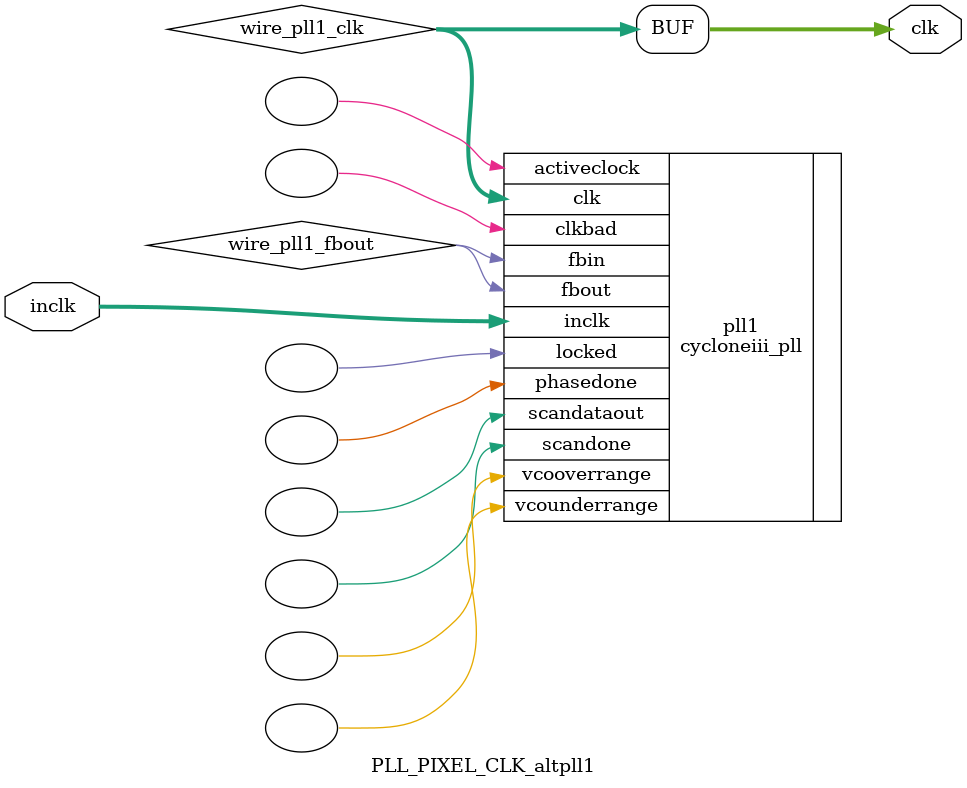
<source format=v>






//synthesis_resources = cycloneiii_pll 1 
//synopsys translate_off
`timescale 1 ps / 1 ps
//synopsys translate_on
module  PLL_PIXEL_CLK_altpll1
	( 
	clk,
	inclk) /* synthesis synthesis_clearbox=1 */;
	output   [4:0]  clk;
	input   [1:0]  inclk;
`ifndef ALTERA_RESERVED_QIS
// synopsys translate_off
`endif
	tri0   [1:0]  inclk;
`ifndef ALTERA_RESERVED_QIS
// synopsys translate_on
`endif

	wire  [4:0]   wire_pll1_clk;
	wire  wire_pll1_fbout;

	cycloneiii_pll   pll1
	( 
	.activeclock(),
	.clk(wire_pll1_clk),
	.clkbad(),
	.fbin(wire_pll1_fbout),
	.fbout(wire_pll1_fbout),
	.inclk(inclk),
	.locked(),
	.phasedone(),
	.scandataout(),
	.scandone(),
	.vcooverrange(),
	.vcounderrange()
	`ifndef FORMAL_VERIFICATION
	// synopsys translate_off
	`endif
	,
	.areset(1'b0),
	.clkswitch(1'b0),
	.configupdate(1'b0),
	.pfdena(1'b1),
	.phasecounterselect({3{1'b0}}),
	.phasestep(1'b0),
	.phaseupdown(1'b0),
	.scanclk(1'b0),
	.scanclkena(1'b1),
	.scandata(1'b0)
	`ifndef FORMAL_VERIFICATION
	// synopsys translate_on
	`endif
	);
	defparam
		pll1.bandwidth_type = "auto",
		pll1.clk0_divide_by = 25,
		pll1.clk0_duty_cycle = 50,
		pll1.clk0_multiply_by = 54,
		pll1.clk0_phase_shift = "0",
		pll1.compensate_clock = "clk0",
		pll1.inclk0_input_frequency = 20000,
		pll1.operation_mode = "normal",
		pll1.pll_type = "auto",
		pll1.lpm_type = "cycloneiii_pll";
	assign
		clk = {wire_pll1_clk[4:0]};
endmodule //PLL_PIXEL_CLK_altpll1
//VALID FILE

</source>
